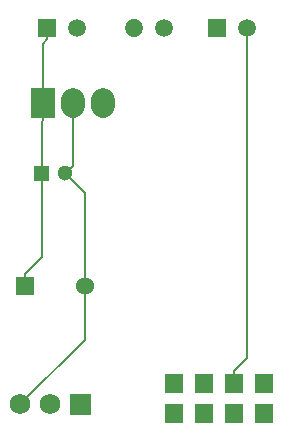
<source format=gtl>
G04 Layer: TopLayer*
G04 EasyEDA v6.1.51, Thu, 20 Jun 2019 09:31:38 GMT*
G04 df1c83a976b947f6b6385059747db8e2,42ef34e960d344ed9089ed07ec49d284,10*
G04 Gerber Generator version 0.2*
G04 Scale: 100 percent, Rotated: No, Reflected: No *
G04 Dimensions in millimeters *
G04 leading zeros omitted , absolute positions ,3 integer and 3 decimal *
%FSLAX33Y33*%
%MOMM*%
G90*
G71D02*

%ADD11C,0.159995*%
%ADD12R,1.999996X2.499995*%
%ADD14C,1.499997*%
%ADD16C,1.524000*%
%ADD18C,1.299997*%
%ADD20C,1.498600*%
%ADD21R,1.498600X1.498600*%
%ADD22C,1.750060*%
%ADD24C,1.999996*%

%LPD*%
G54D11*
G01X4445Y15748D02*
G01X4445Y16751D01*
G01X4445Y16751D02*
G01X5857Y18166D01*
G01X5857Y25273D01*
G01X5969Y31242D02*
G01X5969Y29748D01*
G01X5857Y25273D02*
G01X5857Y29639D01*
G01X5969Y29748D01*
G01X6350Y37592D02*
G01X6350Y36601D01*
G01X6350Y36601D02*
G01X5969Y36220D01*
G01X5969Y31242D01*
G01X9525Y15748D02*
G01X9525Y23606D01*
G01X7858Y25273D01*
G01X4064Y5715D02*
G01X9525Y11176D01*
G01X9525Y15748D01*
G01X7858Y25273D02*
G01X8509Y25923D01*
G01X8509Y31242D01*
G01X22153Y7493D02*
G01X22153Y8519D01*
G01X23225Y37592D02*
G01X23225Y9591D01*
G01X22153Y8519D01*
G54D12*
G01X5969Y31242D03*
G36*
G01X17858Y8278D02*
G01X17858Y6707D01*
G01X16288Y6707D01*
G01X16288Y8278D01*
G01X17858Y8278D01*
G37*
G36*
G01X17858Y5738D02*
G01X17858Y4167D01*
G01X16288Y4167D01*
G01X16288Y5738D01*
G01X17858Y5738D01*
G37*
G36*
G01X20398Y8278D02*
G01X20398Y6707D01*
G01X18828Y6707D01*
G01X18828Y8278D01*
G01X20398Y8278D01*
G37*
G36*
G01X20398Y5738D02*
G01X20398Y4167D01*
G01X18828Y4167D01*
G01X18828Y5738D01*
G01X20398Y5738D01*
G37*
G36*
G01X22938Y8278D02*
G01X22938Y6707D01*
G01X21368Y6707D01*
G01X21368Y8278D01*
G01X22938Y8278D01*
G37*
G36*
G01X22938Y5738D02*
G01X22938Y4167D01*
G01X21368Y4167D01*
G01X21368Y5738D01*
G01X22938Y5738D01*
G37*
G36*
G01X25478Y8278D02*
G01X25478Y6707D01*
G01X23908Y6707D01*
G01X23908Y8278D01*
G01X25478Y8278D01*
G37*
G36*
G01X25478Y5738D02*
G01X25478Y4167D01*
G01X23908Y4167D01*
G01X23908Y5738D01*
G01X25478Y5738D01*
G37*
G54D14*
G01X23225Y37592D03*
G36*
G01X21476Y36842D02*
G01X19976Y36842D01*
G01X19976Y38342D01*
G01X21476Y38342D01*
G01X21476Y36842D01*
G37*
G54D16*
G01X9525Y15748D03*
G36*
G01X5207Y14986D02*
G01X3683Y14986D01*
G01X3683Y16510D01*
G01X5207Y16510D01*
G01X5207Y14986D01*
G37*
G54D18*
G01X7857Y25273D03*
G36*
G01X6508Y24622D02*
G01X5208Y24622D01*
G01X5208Y25923D01*
G01X6508Y25923D01*
G01X6508Y24622D01*
G37*
G54D20*
G01X8890Y37592D03*
G54D21*
G01X6350Y37592D03*
G54D20*
G01X16256Y37592D03*
G54D22*
G01X6604Y5715D03*
G36*
G01X10019Y4839D02*
G01X8268Y4839D01*
G01X8268Y6590D01*
G01X10019Y6590D01*
G01X10019Y4839D01*
G37*
G01X4064Y5715D03*
G54D24*
G01X11049Y31491D02*
G01X11049Y30991D01*
G01X8509Y31491D02*
G01X8509Y30991D01*
G54D20*
G01X13716Y37592D02*
G01X13716Y37592D01*
M00*
M02*

</source>
